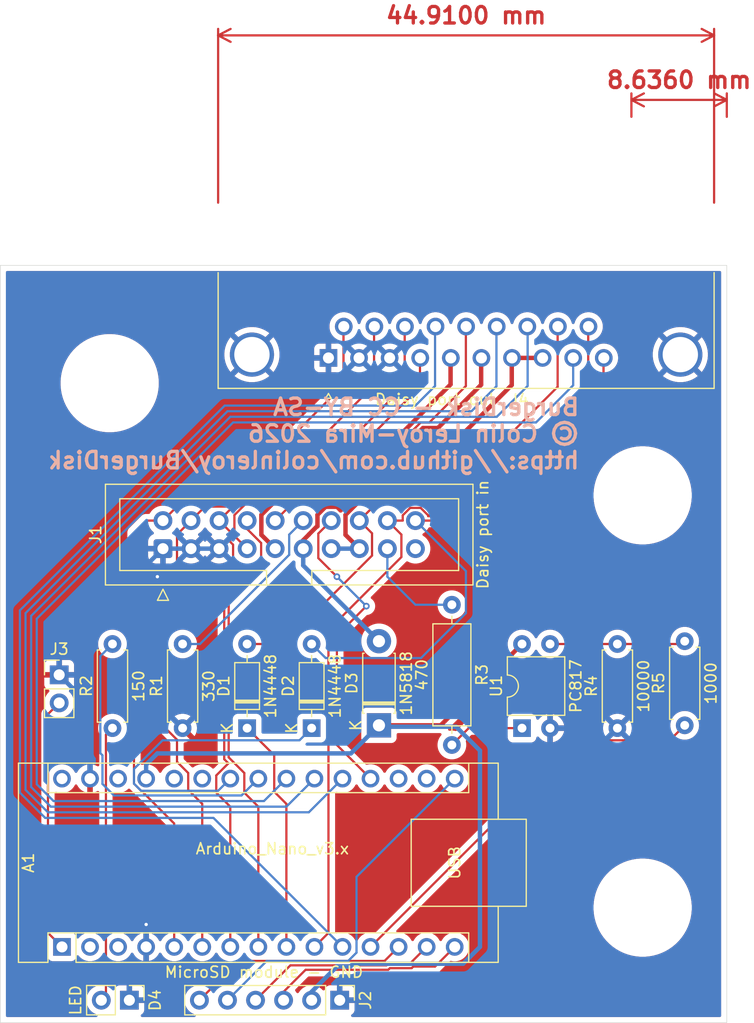
<source format=kicad_pcb>
(kicad_pcb (version 20241229) (generator "pcbnew") (generator_version "9.0")
  (layers (0 "F.Cu" signal) (2 "B.Cu" signal) (13 "F.Paste" user) (15 "B.Paste" user) (5 "F.SilkS" user "F.Silkscreen") (7 "B.SilkS" user "B.Silkscreen") (1 "F.Mask" user) (3 "B.Mask" user) (25 "Edge.Cuts" user))
  (net 0 "")
  (net 1 "TX")
  (net 2 "GND")
  (net 3 "PH0")
  (net 4 "PH1")
  (net 5 "PH2")
  (net 6 "PH3_in")
  (net 7 "RDDATA_in")
  (net 8 "WRDATA")
  (net 9 "PH3_out")
  (net 10 "DRV2_burgerDisk")
  (net 11 "CS")
  (net 12 "MOSI")
  (net 13 "MISO")
  (net 14 "SCK")
  (net 15 "DRV1_in")
  (net 16 "HDSEL_out")
  (net 17 "DRV1_out")
  (net 18 "DRV2_out")
  (net 19 "WRPROT_in")
  (net 20 "5V_burgerDisk")
  (net 21 "RDDATA_out")
  (net 22 "WRPROT_out")
  (net 23 "5V_apple2")
  (net 24 "EN3.5")
  (net 25 "-12V")
  (net 26 "+12V")
  (net 27 "DRV2_in")
  (net 28 "WREQ")
  (net 38 "Net-(R3-Pad2)")
  (net 39 "Net-(R4-Pad2)")
  (net 40 "HDSEL_in")
  (net 41 "Net-(D4-A)")
  (net 42 "Net-(A1-A4)")
  (footprint "DSUB-19-angled:DSUB-19_Female_Horizontal_P2.77x2.84mm_EdgePinOffset4.94mm_Housed_MountingHolesOffset7.48mm" (layer "F.Cu") (at 128.524 51.562 180)
    (property "Reference" "J4" (at -17.272 -3.81 180) (layer "F.SilkS"))
    (property "Value" "Daisy port out" (at -9.647 -3.764 180) (layer "F.SilkS"))
    (pad "0" thru_hole circle (at -31.86 0.3 180) (size 4 4) (drill 3.2) (layers "*.Cu" "*.Mask") (net 2 "GND"))
    (pad "0" thru_hole circle (at 6.93 0.3 180) (size 4 4) (drill 3.2) (layers "*.Cu" "*.Mask") (net 2 "GND"))
    (pad "1" thru_hole rect (at 0 0 180) (size 1.6 1.6) (drill 1) (layers "*.Cu" "*.Mask") (net 2 "GND"))
    (pad "2" thru_hole circle (at -2.77 0 180) (size 1.6 1.6) (drill 1) (layers "*.Cu" "*.Mask") (net 2 "GND"))
    (pad "3" thru_hole circle (at -5.54 0 180) (size 1.6 1.6) (drill 1) (layers "*.Cu" "*.Mask") (net 2 "GND"))
    (pad "4" thru_hole circle (at -8.31 0 180) (size 1.6 1.6) (drill 1) (layers "*.Cu" "*.Mask") (net 24 "EN3.5"))
    (pad "5" thru_hole circle (at -11.08 0 180) (size 1.6 1.6) (drill 1) (layers "*.Cu" "*.Mask") (net 25 "-12V"))
    (pad "6" thru_hole circle (at -13.85 0 180) (size 1.6 1.6) (drill 1) (layers "*.Cu" "*.Mask") (net 23 "5V_apple2"))
    (pad "7" thru_hole circle (at -16.62 0 180) (size 1.6 1.6) (drill 1) (layers "*.Cu" "*.Mask") (net 26 "+12V"))
    (pad "8" thru_hole circle (at -19.39 0 180) (size 1.6 1.6) (drill 1) (layers "*.Cu" "*.Mask") (net 26 "+12V"))
    (pad "9" thru_hole circle (at -22.16 0 180) (size 1.6 1.6) (drill 1) (layers "*.Cu" "*.Mask") (net 18 "DRV2_out"))
    (pad "10" thru_hole circle (at -24.93 0 180) (size 1.6 1.6) (drill 1) (layers "*.Cu" "*.Mask") (net 22 "WRPROT_out"))
    (pad "11" thru_hole circle (at -1.385 2.84 180) (size 1.6 1.6) (drill 1) (layers "*.Cu" "*.Mask") (net 3 "PH0"))
    (pad "12" thru_hole circle (at -4.155 2.84 180) (size 1.6 1.6) (drill 1) (layers "*.Cu" "*.Mask") (net 4 "PH1"))
    (pad "13" thru_hole circle (at -6.925 2.84 180) (size 1.6 1.6) (drill 1) (layers "*.Cu" "*.Mask") (net 5 "PH2"))
    (pad "14" thru_hole circle (at -9.695 2.84 180) (size 1.6 1.6) (drill 1) (layers "*.Cu" "*.Mask") (net 9 "PH3_out"))
    (pad "15" thru_hole circle (at -12.465 2.84 180) (size 1.6 1.6) (drill 1) (layers "*.Cu" "*.Mask") (net 28 "WREQ"))
    (pad "16" thru_hole circle (at -15.235 2.84 180) (size 1.6 1.6) (drill 1) (layers "*.Cu" "*.Mask") (net 16 "HDSEL_out"))
    (pad "17" thru_hole circle (at -18.005 2.84 180) (size 1.6 1.6) (drill 1) (layers "*.Cu" "*.Mask") (net 17 "DRV1_out"))
    (pad "18" thru_hole circle (at -20.775 2.84 180) (size 1.6 1.6) (drill 1) (layers "*.Cu" "*.Mask") (net 21 "RDDATA_out"))
    (pad "19" thru_hole circle (at -23.545 2.84 180) (size 1.6 1.6) (drill 1) (layers "*.Cu" "*.Mask") (net 8 "WRDATA"))
  )
  (footprint "Diode_THT:D_DO-41_SOD81_P7.62mm_Horizontal" (layer "F.Cu") (at 133.096 84.836 90)
    (property "Reference" "D3" (at 3.81 -2.47 90) (layer "F.SilkS"))
    (property "Value" "1N5818" (at 3.81 2.47 90) (layer "F.SilkS"))
    (fp_text user "K" (at 0 -2.1 90) (layer "F.SilkS"))
    (pad "1" thru_hole rect (at 0 0 90) (size 2.2 2.2) (drill 1.1) (layers "*.Cu" "*.Mask") (net 20 "5V_burgerDisk"))
    (pad "2" thru_hole oval (at 7.62 0 90) (size 2.2 2.2) (drill 1.1) (layers "*.Cu" "*.Mask") (net 23 "5V_apple2"))
  )
  (footprint "Package_DIP:DIP-4_W7.62mm" (layer "F.Cu") (at 146.05 85.09 90)
    (property "Reference" "U1" (at 3.81 -2.33 90) (layer "F.SilkS"))
    (property "Value" "PC817" (at 3.81 4.87 90) (layer "F.SilkS"))
    (pad "1" thru_hole rect (at 0 0 90) (size 1.6 1.6) (drill 0.8) (layers "*.Cu" "*.Mask") (net 38 "Net-(R3-Pad2)"))
    (pad "2" thru_hole oval (at 0 2.54 90) (size 1.6 1.6) (drill 0.8) (layers "*.Cu" "*.Mask") (net 2 "GND"))
    (pad "3" thru_hole oval (at 7.62 2.54 90) (size 1.6 1.6) (drill 0.8) (layers "*.Cu" "*.Mask") (net 39 "Net-(R4-Pad2)"))
    (pad "4" thru_hole oval (at 7.62 0 90) (size 1.6 1.6) (drill 0.8) (layers "*.Cu" "*.Mask") (net 20 "5V_burgerDisk"))
  )
  (footprint "Resistor_THT:R_Axial_DIN0207_L6.3mm_D2.5mm_P7.62mm_Horizontal" (layer "F.Cu") (at 115.316 85.09 90)
    (property "Reference" "R1" (at 3.81 -2.37 90) (layer "F.SilkS"))
    (property "Value" "330" (at 3.81 2.37 90) (layer "F.SilkS"))
    (pad "1" thru_hole circle (at 0 0 90) (size 1.6 1.6) (drill 0.8) (layers "*.Cu" "*.Mask") (net 2 "GND"))
    (pad "2" thru_hole oval (at 7.62 0 90) (size 1.6 1.6) (drill 0.8) (layers "*.Cu" "*.Mask") (net 40 "HDSEL_in"))
  )
  (footprint "Connector_PinHeader_2.54mm:PinHeader_1x02_P2.54mm_Vertical" (layer "F.Cu") (at 110.495 109.728 -90)
    (property "Reference" "D4" (at 0 -2.33 90) (layer "F.SilkS"))
    (property "Value" "LED" (at 0 4.87 90) (layer "F.SilkS"))
    (pad "1" thru_hole rect (at 0 0 270) (size 1.7 1.7) (drill 1) (layers "*.Cu" "*.Mask") (net 2 "GND"))
    (pad "2" thru_hole oval (at 0 2.54 270) (size 1.7 1.7) (drill 1) (layers "*.Cu" "*.Mask") (net 41 "Net-(D4-A)"))
  )
  (footprint "MountingHole:MountingHole_8.4mm_M8" (layer "F.Cu") (at 156.972 64.008)
    (property "Reference" "REF**")
    (property "Value" "MountingHole_8.4mm_M8")
    (pad "" np_thru_hole circle (at 0 0) (size 8.4 8.4) (drill 8.4) (layers "*.Cu" "*.Mask"))
  )
  (footprint "Connector_PinHeader_2.54mm:PinHeader_1x02_P2.54mm_Vertical" (layer "F.Cu") (at 104.14 80.264)
    (property "Reference" "J3" (at 0 -2.33 0) (layer "F.SilkS"))
    (property "Value" "UART")
    (pad "1" thru_hole rect (at 0 0) (size 1.7 1.7) (drill 1) (layers "*.Cu" "*.Mask") (net 2 "GND"))
    (pad "2" thru_hole oval (at 0 2.54) (size 1.7 1.7) (drill 1) (layers "*.Cu" "*.Mask") (net 1 "TX"))
  )
  (footprint "MountingHole:MountingHole_8.4mm_M8" (layer "F.Cu") (at 108.712 53.848)
    (property "Reference" "REF**")
    (property "Value" "MountingHole_8.4mm_M8")
    (pad "" np_thru_hole circle (at 0 0) (size 8.4 8.4) (drill 8.4) (layers "*.Cu" "*.Mask"))
  )
  (footprint "Resistor_THT:R_Axial_DIN0309_L9.0mm_D3.2mm_P12.70mm_Horizontal" (layer "F.Cu") (at 139.7 73.914 -90)
    (property "Reference" "R3" (at 6.35 -2.72 90) (layer "F.SilkS"))
    (property "Value" "470" (at 6.35 2.72 90) (layer "F.SilkS"))
    (pad "1" thru_hole circle (at 0 0 270) (size 1.6 1.6) (drill 0.8) (layers "*.Cu" "*.Mask") (net 27 "DRV2_in"))
    (pad "2" thru_hole oval (at 12.7 0 270) (size 1.6 1.6) (drill 0.8) (layers "*.Cu" "*.Mask") (net 38 "Net-(R3-Pad2)"))
  )
  (footprint "Resistor_THT:R_Axial_DIN0207_L6.3mm_D2.5mm_P7.62mm_Horizontal" (layer "F.Cu") (at 154.686 85.09 90)
    (property "Reference" "R4" (at 3.81 -2.37 90) (layer "F.SilkS"))
    (property "Value" "10000" (at 3.81 2.37 90) (layer "F.SilkS"))
    (pad "1" thru_hole circle (at 0 0 90) (size 1.6 1.6) (drill 0.8) (layers "*.Cu" "*.Mask") (net 2 "GND"))
    (pad "2" thru_hole oval (at 7.62 0 90) (size 1.6 1.6) (drill 0.8) (layers "*.Cu" "*.Mask") (net 39 "Net-(R4-Pad2)"))
  )
  (footprint "Module:Arduino_Nano" (layer "F.Cu") (at 104.394 104.902 90)
    (property "Reference" "A1" (at 7.62 -3.048 90) (layer "F.SilkS"))
    (property "Value" "Arduino_Nano_v3.x" (at 8.89 19.05 0) (layer "F.SilkS"))
    (fp_text user "USB" (at 7.62 35.56 90) (layer "F.SilkS"))
    (pad "1" thru_hole rect (at 0 0 90) (size 1.6 1.6) (drill 1) (layers "*.Cu" "*.Mask") (net 1 "TX"))
    (pad "2" thru_hole oval (at 0 2.54 90) (size 1.6 1.6) (drill 1) (layers "*.Cu" "*.Mask"))
    (pad "3" thru_hole oval (at 0 5.08 90) (size 1.6 1.6) (drill 1) (layers "*.Cu" "*.Mask"))
    (pad "4" thru_hole oval (at 0 7.62 90) (size 1.6 1.6) (drill 1) (layers "*.Cu" "*.Mask") (net 2 "GND"))
    (pad "5" thru_hole oval (at 0 10.16 90) (size 1.6 1.6) (drill 1) (layers "*.Cu" "*.Mask") (net 3 "PH0"))
    (pad "6" thru_hole oval (at 0 12.7 90) (size 1.6 1.6) (drill 1) (layers "*.Cu" "*.Mask") (net 4 "PH1"))
    (pad "7" thru_hole oval (at 0 15.24 90) (size 1.6 1.6) (drill 1) (layers "*.Cu" "*.Mask") (net 5 "PH2"))
    (pad "8" thru_hole oval (at 0 17.78 90) (size 1.6 1.6) (drill 1) (layers "*.Cu" "*.Mask") (net 6 "PH3_in"))
    (pad "9" thru_hole oval (at 0 20.32 90) (size 1.6 1.6) (drill 1) (layers "*.Cu" "*.Mask") (net 7 "RDDATA_in"))
    (pad "10" thru_hole oval (at 0 22.86 90) (size 1.6 1.6) (drill 1) (layers "*.Cu" "*.Mask") (net 8 "WRDATA"))
    (pad "11" thru_hole oval (at 0 25.4 90) (size 1.6 1.6) (drill 1) (layers "*.Cu" "*.Mask") (net 9 "PH3_out"))
    (pad "12" thru_hole oval (at 0 27.94 90) (size 1.6 1.6) (drill 1) (layers "*.Cu" "*.Mask") (net 10 "DRV2_burgerDisk"))
    (pad "13" thru_hole oval (at 0 30.48 90) (size 1.6 1.6) (drill 1) (layers "*.Cu" "*.Mask") (net 11 "CS"))
    (pad "14" thru_hole oval (at 0 33.02 90) (size 1.6 1.6) (drill 1) (layers "*.Cu" "*.Mask") (net 12 "MOSI"))
    (pad "15" thru_hole oval (at 0 35.56 90) (size 1.6 1.6) (drill 1) (layers "*.Cu" "*.Mask") (net 13 "MISO"))
    (pad "16" thru_hole oval (at 15.24 35.56 90) (size 1.6 1.6) (drill 1) (layers "*.Cu" "*.Mask") (net 14 "SCK"))
    (pad "17" thru_hole oval (at 15.24 33.02 90) (size 1.6 1.6) (drill 1) (layers "*.Cu" "*.Mask"))
    (pad "18" thru_hole oval (at 15.24 30.48 90) (size 1.6 1.6) (drill 1) (layers "*.Cu" "*.Mask"))
    (pad "19" thru_hole oval (at 15.24 27.94 90) (size 1.6 1.6) (drill 1) (layers "*.Cu" "*.Mask") (net 15 "DRV1_in"))
    (pad "20" thru_hole oval (at 15.24 25.4 90) (size 1.6 1.6) (drill 1) (layers "*.Cu" "*.Mask") (net 16 "HDSEL_out"))
    (pad "21" thru_hole oval (at 15.24 22.86 90) (size 1.6 1.6) (drill 1) (layers "*.Cu" "*.Mask") (net 17 "DRV1_out"))
    (pad "22" thru_hole oval (at 15.24 20.32 90) (size 1.6 1.6) (drill 1) (layers "*.Cu" "*.Mask") (net 18 "DRV2_out"))
    (pad "23" thru_hole oval (at 15.24 17.78 90) (size 1.6 1.6) (drill 1) (layers "*.Cu" "*.Mask") (net 42 "Net-(A1-A4)"))
    (pad "24" thru_hole oval (at 15.24 15.24 90) (size 1.6 1.6) (drill 1) (layers "*.Cu" "*.Mask") (net 19 "WRPROT_in"))
    (pad "25" thru_hole oval (at 15.24 12.7 90) (size 1.6 1.6) (drill 1) (layers "*.Cu" "*.Mask"))
    (pad "26" thru_hole oval (at 15.24 10.16 90) (size 1.6 1.6) (drill 1) (layers "*.Cu" "*.Mask"))
    (pad "27" thru_hole oval (at 15.24 7.62 90) (size 1.6 1.6) (drill 1) (layers "*.Cu" "*.Mask") (net 20 "5V_burgerDisk"))
    (pad "28" thru_hole oval (at 15.24 5.08 90) (size 1.6 1.6) (drill 1) (layers "*.Cu" "*.Mask"))
    (pad "29" thru_hole oval (at 15.24 2.54 90) (size 1.6 1.6) (drill 1) (layers "*.Cu" "*.Mask") (net 2 "GND"))
    (pad "30" thru_hole oval (at 15.24 0 90) (size 1.6 1.6) (drill 1) (layers "*.Cu" "*.Mask"))
  )
  (footprint "Connector_IDC:IDC-Header_2x10_P2.54mm_Vertical" (layer "F.Cu") (at 113.538 68.834 90)
    (property "Reference" "J1" (at 1.27 -6.1 90) (layer "F.SilkS"))
    (property "Value" "Daisy port in" (at 1.27 28.96 90) (layer "F.SilkS"))
    (pad "1" thru_hole roundrect (at 0 0 90) (size 1.7 1.7) (drill 1) (layers "*.Cu" "*.Mask") (roundrect_rratio 0.1470588235) (net 2 "GND"))
    (pad "2" thru_hole circle (at 2.54 0 90) (size 1.7 1.7) (drill 1) (layers "*.Cu" "*.Mask") (net 3 "PH0"))
    (pad "3" thru_hole circle (at 0 2.54 90) (size 1.7 1.7) (drill 1) (layers "*.Cu" "*.Mask") (net 2 "GND"))
    (pad "4" thru_hole circle (at 2.54 2.54 90) (size 1.7 1.7) (drill 1) (layers "*.Cu" "*.Mask") (net 4 "PH1"))
    (pad "5" thru_hole circle (at 0 5.08 90) (size 1.7 1.7) (drill 1) (layers "*.Cu" "*.Mask") (net 2 "GND"))
    (pad "6" thru_hole circle (at 2.54 5.08 90) (size 1.7 1.7) (drill 1) (layers "*.Cu" "*.Mask") (net 5 "PH2"))
    (pad "7" thru_hole circle (at 0 7.62 90) (size 1.7 1.7) (drill 1) (layers "*.Cu" "*.Mask") (net 24 "EN3.5"))
    (pad "8" thru_hole circle (at 2.54 7.62 90) (size 1.7 1.7) (drill 1) (layers "*.Cu" "*.Mask") (net 6 "PH3_in"))
    (pad "9" thru_hole circle (at 0 10.16 90) (size 1.7 1.7) (drill 1) (layers "*.Cu" "*.Mask") (net 25 "-12V"))
    (pad "10" thru_hole circle (at 2.54 10.16 90) (size 1.7 1.7) (drill 1) (layers "*.Cu" "*.Mask") (net 28 "WREQ"))
    (pad "11" thru_hole circle (at 0 12.7 90) (size 1.7 1.7) (drill 1) (layers "*.Cu" "*.Mask") (net 23 "5V_apple2"))
    (pad "12" thru_hole circle (at 2.54 12.7 90) (size 1.7 1.7) (drill 1) (layers "*.Cu" "*.Mask") (net 40 "HDSEL_in"))
    (pad "13" thru_hole circle (at 0 15.24 90) (size 1.7 1.7) (drill 1) (layers "*.Cu" "*.Mask") (net 26 "+12V"))
    (pad "14" thru_hole circle (at 2.54 15.24 90) (size 1.7 1.7) (drill 1) (layers "*.Cu" "*.Mask") (net 15 "DRV1_in"))
    (pad "15" thru_hole circle (at 0 17.78 90) (size 1.7 1.7) (drill 1) (layers "*.Cu" "*.Mask") (net 26 "+12V"))
    (pad "16" thru_hole circle (at 2.54 17.78 90) (size 1.7 1.7) (drill 1) (layers "*.Cu" "*.Mask") (net 21 "RDDATA_out"))
    (pad "17" thru_hole circle (at 0 20.32 90) (size 1.7 1.7) (drill 1) (layers "*.Cu" "*.Mask") (net 27 "DRV2_in"))
    (pad "18" thru_hole circle (at 2.54 20.32 90) (size 1.7 1.7) (drill 1) (layers "*.Cu" "*.Mask") (net 8 "WRDATA"))
    (pad "19" thru_hole circle (at 0 22.86 90) (size 1.7 1.7) (drill 1) (layers "*.Cu" "*.Mask"))
    (pad "20" thru_hole circle (at 2.54 22.86 90) (size 1.7 1.7) (drill 1) (layers "*.Cu" "*.Mask") (net 22 "WRPROT_out"))
  )
  (footprint "Connector_PinHeader_2.54mm:PinHeader_1x06_P2.54mm_Vertical" (layer "F.Cu") (at 129.54 109.728 -90)
    (property "Reference" "J2" (at 0 -2.33 270) (layer "F.SilkS"))
    (property "Value" "MicroSD module - GND" (at -2.54 6.858 0) (layer "F.SilkS"))
    (pad "1" thru_hole rect (at 0 0 270) (size 1.7 1.7) (drill 1) (layers "*.Cu" "*.Mask") (net 2 "GND"))
    (pad "2" thru_hole oval (at 0 2.54 270) (size 1.7 1.7) (drill 1) (layers "*.Cu" "*.Mask") (net 20 "5V_burgerDisk"))
    (pad "3" thru_hole oval (at 0 5.08 270) (size 1.7 1.7) (drill 1) (layers "*.Cu" "*.Mask") (net 13 "MISO"))
    (pad "4" thru_hole oval (at 0 7.62 270) (size 1.7 1.7) (drill 1) (layers "*.Cu" "*.Mask") (net 12 "MOSI"))
    (pad "5" thru_hole oval (at 0 10.16 270) (size 1.7 1.7) (drill 1) (layers "*.Cu" "*.Mask") (net 14 "SCK"))
    (pad "6" thru_hole oval (at 0 12.7 270) (size 1.7 1.7) (drill 1) (layers "*.Cu" "*.Mask") (net 11 "CS"))
  )
  (footprint "Diode_THT:D_DO-35_SOD27_P7.62mm_Horizontal" (layer "F.Cu") (at 127 85.09 90)
    (property "Reference" "D2" (at 3.81 -2.12 90) (layer "F.SilkS"))
    (property "Value" "1N4448" (at 3.81 2.12 90) (layer "F.SilkS"))
    (fp_text user "K" (at 0 -1.8 90) (layer "F.SilkS"))
    (pad "1" thru_hole rect (at 0 0 90) (size 1.6 1.6) (drill 0.8) (layers "*.Cu" "*.Mask") (net 19 "WRPROT_in"))
    (pad "2" thru_hole oval (at 7.62 0 90) (size 1.6 1.6) (drill 0.8) (layers "*.Cu" "*.Mask") (net 22 "WRPROT_out"))
  )
  (footprint "Resistor_THT:R_Axial_DIN0207_L6.3mm_D2.5mm_P7.62mm_Horizontal" (layer "F.Cu") (at 108.966 85.09 90)
    (property "Reference" "R2" (at 3.81 -2.37 90) (layer "F.SilkS"))
    (property "Value" "150" (at 3.81 2.37 90) (layer "F.SilkS"))
    (pad "1" thru_hole circle (at 0 0 90) (size 1.6 1.6) (drill 0.8) (layers "*.Cu" "*.Mask") (net 41 "Net-(D4-A)"))
    (pad "2" thru_hole oval (at 7.62 0 90) (size 1.6 1.6) (drill 0.8) (layers "*.Cu" "*.Mask") (net 42 "Net-(A1-A4)"))
  )
  (footprint "MountingHole:MountingHole_8.4mm_M8" (layer "F.Cu") (at 156.972 101.346)
    (property "Reference" "REF**")
    (property "Value" "MountingHole_8.4mm_M8")
    (pad "" np_thru_hole circle (at 0 0) (size 8.4 8.4) (drill 8.4) (layers "*.Cu" "*.Mask"))
  )
  (footprint "Resistor_THT:R_Axial_DIN0207_L6.3mm_D2.5mm_P7.62mm_Horizontal" (layer "F.Cu") (at 160.782 84.836 90)
    (property "Reference" "R5" (at 3.81 -2.37 90) (layer "F.SilkS"))
    (property "Value" "1000" (at 3.81 2.37 90) (layer "F.SilkS"))
    (pad "1" thru_hole circle (at 0 0 90) (size 1.6 1.6) (drill 0.8) (layers "*.Cu" "*.Mask") (net 10 "DRV2_burgerDisk"))
    (pad "2" thru_hole oval (at 7.62 0 90) (size 1.6 1.6) (drill 0.8) (layers "*.Cu" "*.Mask") (net 39 "Net-(R4-Pad2)"))
  )
  (footprint "Diode_THT:D_DO-35_SOD27_P7.62mm_Horizontal" (layer "F.Cu") (at 121.158 85.09 90)
    (property "Reference" "D1" (at 3.81 -2.12 90) (layer "F.SilkS"))
    (property "Value" "1N4448" (at 3.81 2.12 90) (layer "F.SilkS"))
    (fp_text user "K" (at 0 -1.8 90) (layer "F.SilkS"))
    (pad "1" thru_hole rect (at 0 0 90) (size 1.6 1.6) (drill 0.8) (layers "*.Cu" "*.Mask") (net 7 "RDDATA_in"))
    (pad "2" thru_hole oval (at 7.62 0 90) (size 1.6 1.6) (drill 0.8) (layers "*.Cu" "*.Mask") (net 21 "RDDATA_out"))
  )
  (gr_rect (start 98.806 43.18) (end 164.592 111.76) (stroke (width 0.05)) (fill no) (layer "Edge.Cuts"))
  (gr_text "BurgerDisk - CC BY-SA\n© Colin Leroy-Mira 2026\nhttps://github.com/colinleroy/BurgerDisk" (at 151.384 61.722 0) (layer "B.SilkS") (effects (font (size 1.5 1.5) (thickness 0.3) (bold yes)) (justify left bottom mirror)))
  (dimension (type aligned) (layer "F.Cu") (pts (xy 118.534 38) (xy 163.444 38)) (height -15.648) (format (prefix "") (suffix "") (units 3) (units_format 1) (precision 4)) (style (thickness 0.2) (arrow_length 1.27) (text_position_mode 0) (arrow_direction outward) (extension_height 0.58642) (extension_offset 0.5) (keep_text_aligned yes)) (gr_text "44,9100 mm" (at 140.989 20.552 0) (layer "F.Cu") (effects (font (size 1.5 1.5) (thickness 0.3)))))
  (dimension (type aligned) (layer "F.Cu") (pts (xy 155.956 30.226) (xy 164.592 30.226)) (height -2.032) (format (prefix "") (suffix "") (units 3) (units_format 1) (precision 4)) (style (thickness 0.2) (arrow_length 1.27) (text_position_mode 0) (arrow_direction outward) (extension_height 0.58642) (extension_offset 0.5) (keep_text_aligned yes)) (gr_text "8,6360 mm" (at 160.274 26.394 0) (layer "F.Cu") (effects (font (size 1.5 1.5) (thickness 0.3)))))
  (segment (start 103.124 103.632) (end 104.394 104.902) (width 0.2) (layer "F.Cu") (net 1))
  (segment (start 103.124 83.82) (end 103.124 103.632) (width 0.2) (layer "F.Cu") (net 1))
  (segment (start 104.14 82.804) (end 103.124 83.82) (width 0.2) (layer "F.Cu") (net 1))
  (segment (start 128.524 45.72) (end 128.524 51.562) (width 0.2) (layer "F.Cu") (net 2))
  (segment (start 128.224 45.42) (end 128.524 45.72) (width 0.2) (layer "F.Cu") (net 2))
  (via (at 113.03 71.374) (size 0.6) (drill 0.3) (layers "F.Cu" "B.Cu") (net 2))
  (via (at 112.014 102.87) (size 0.6) (drill 0.3) (layers "F.Cu" "B.Cu") (net 2))
  (segment (start 113.538 68.834) (end 104.14 78.232) (width 0.4) (layer "B.Cu") (net 2))
  (segment (start 116.078 68.834) (end 113.538 68.834) (width 0.4) (layer "B.Cu") (net 2))
  (segment (start 104.14 78.232) (end 104.14 80.264) (width 0.4) (layer "B.Cu") (net 2))
  (segment (start 118.618 68.834) (end 116.078 68.834) (width 0.4) (layer "B.Cu") (net 2))
  (segment (start 106.934 83.058) (end 106.934 89.662) (width 0.4) (layer "B.Cu") (net 2))
  (segment (start 104.14 80.264) (end 106.934 83.058) (width 0.4) (layer "B.Cu") (net 2))
  (segment (start 117.1819 64.623) (end 119.1548 64.623) (width 0.2) (layer "F.Cu") (net 3))
  (segment (start 114.554 93.726) (end 111.591 90.763) (width 0.2) (layer "F.Cu") (net 3))
  (segment (start 114.554 104.902) (end 114.554 93.726) (width 0.2) (layer "F.Cu") (net 3))
  (segment (start 129.885 48.746) (end 129.909 48.722) (width 0.2) (layer "F.Cu") (net 3))
  (segment (start 121.5878 62.19) (end 121.706 62.19) (width 0.2) (layer "F.Cu") (net 3))
  (segment (start 113.538 66.294) (end 115.062 64.77) (width 0.2) (layer "F.Cu") (net 3))
  (segment (start 129.885 54.011) (end 129.885 48.746) (width 0.2) (layer "F.Cu") (net 3))
  (segment (start 111.55795 90.763) (end 110.913 90.11805) (width 0.2) (layer "F.Cu") (net 3))
  (segment (start 112.014 66.294) (end 113.538 66.294) (width 0.2) (layer "F.Cu") (net 3))
  (segment (start 119.1548 64.623) (end 121.5878 62.19) (width 0.2) (layer "F.Cu") (net 3))
  (segment (start 110.913 67.395) (end 112.014 66.294) (width 0.2) (layer "F.Cu") (net 3))
  (segment (start 110.913 90.11805) (end 110.913 67.395) (width 0.2) (layer "F.Cu") (net 3))
  (segment (start 121.706 62.19) (end 129.885 54.011) (width 0.2) (layer "F.Cu") (net 3))
  (segment (start 115.062 64.77) (end 117.0349 64.77) (width 0.2) (layer "F.Cu") (net 3))
  (segment (start 117.0349 64.77) (end 117.1819 64.623) (width 0.2) (layer "F.Cu") (net 3))
  (segment (start 111.591 90.763) (end 111.55795 90.763) (width 0.2) (layer "F.Cu") (net 3))
  (segment (start 124.099 62.591) (end 132.655 54.035) (width 0.2) (layer "F.Cu") (net 4))
  (segment (start 132.655 48.746) (end 132.679 48.722) (width 0.2) (layer "F.Cu") (net 4))
  (segment (start 132.655 54.035) (end 132.655 48.746) (width 0.2) (layer "F.Cu") (net 4))
  (segment (start 114.808 67.564) (end 116.078 66.294) (width 0.2) (layer "F.Cu") (net 4))
  (segment (start 117.348 65.024) (end 119.3209 65.024) (width 0.2) (layer "F.Cu") (net 4))
  (segment (start 117.094 104.902) (end 117.094 91.948) (width 0.2) (layer "F.Cu") (net 4))
  (segment (start 117.094 91.948) (end 115.824 90.678) (width 0.2) (layer "F.Cu") (net 4))
  (segment (start 114.808 72.898) (end 114.808 67.564) (width 0.2) (layer "F.Cu") (net 4))
  (segment (start 115.824 90.678) (end 115.824 89.154) (width 0.2) (layer "F.Cu") (net 4))
  (segment (start 113.792 73.914) (end 114.808 72.898) (width 0.2) (layer "F.Cu") (net 4))
  (segment (start 119.3209 65.024) (end 121.7539 62.591) (width 0.2) (layer "F.Cu") (net 4))
  (segment (start 113.792 85.12305) (end 113.792 73.914) (width 0.2) (layer "F.Cu") (net 4))
  (segment (start 121.7539 62.591) (end 124.099 62.591) (width 0.2) (layer "F.Cu") (net 4))
  (segment (start 116.078 66.294) (end 117.348 65.024) (width 0.2) (layer "F.Cu") (net 4))
  (segment (start 114.808 88.138) (end 114.808 86.13905) (width 0.2) (layer "F.Cu") (net 4))
  (segment (start 114.808 86.13905) (end 113.792 85.12305) (width 0.2) (layer "F.Cu") (net 4))
  (segment (start 115.824 89.154) (end 114.808 88.138) (width 0.2) (layer "F.Cu") (net 4))
  (segment (start 119.460925 88.278025) (end 119.086 87.9031) (width 0.2) (layer "F.Cu") (net 5))
  (segment (start 119.888 68.47624) (end 119.634 68.22224) (width 0.2) (layer "F.Cu") (net 5))
  (segment (start 135.425 54.059) (end 135.425 48.746) (width 0.2) (layer "F.Cu") (net 5))
  (segment (start 119.086 87.9031) (end 119.086 72.6249) (width 0.2) (layer "F.Cu") (net 5))
  (segment (start 119.086 72.6249) (end 119.888 71.8229) (width 0.2) (layer "F.Cu") (net 5))
  (segment (start 118.618 66.294) (end 121.92 62.992) (width 0.2) (layer "F.Cu") (net 5))
  (segment (start 121.92 62.992) (end 126.492 62.992) (width 0.2) (layer "F.Cu") (net 5))
  (segment (start 118.364 90.932) (end 118.364 89.37495) (width 0.2) (layer "F.Cu") (net 5))
  (segment (start 135.425 48.746) (end 135.449 48.722) (width 0.2) (layer "F.Cu") (net 5))
  (segment (start 119.634 104.902) (end 119.634 92.202) (width 0.2) (layer "F.Cu") (net 5))
  (segment (start 119.634 92.202) (end 118.364 90.932) (width 0.2) (layer "F.Cu") (net 5))
  (segment (start 119.634 68.22224) (end 119.634 67.8771) (width 0.2) (layer "F.Cu") (net 5))
  (segment (start 118.364 89.37495) (end 119.460925 88.278025) (width 0.2) (layer "F.Cu") (net 5))
  (segment (start 119.888 71.8229) (end 119.888 68.47624) (width 0.2) (layer "F.Cu") (net 5))
  (segment (start 119.634 67.8771) (end 119.606 67.8491) (width 0.2) (layer "F.Cu") (net 5))
  (segment (start 119.606 67.282) (end 118.618 66.294) (width 0.2) (layer "F.Cu") (net 5))
  (segment (start 126.492 62.992) (end 135.425 54.059) (width 0.2) (layer "F.Cu") (net 5))
  (segment (start 119.606 67.8491) (end 119.606 67.282) (width 0.2) (layer "F.Cu") (net 5))
  (segment (start 119.487 87.737) (end 119.487 72.791) (width 0.2) (layer "F.Cu") (net 6))
  (segment (start 122.174 104.902) (end 122.174 92.202) (width 0.2) (layer "F.Cu") (net 6))
  (segment (start 121.158 67.056) (end 121.158 66.294) (width 0.2) (layer "F.Cu") (net 6))
  (segment (start 122.174 92.202) (end 120.904 90.932) (width 0.2) (layer "F.Cu") (net 6))
  (segment (start 122.428 68.326) (end 121.158 67.056) (width 0.2) (layer "F.Cu") (net 6))
  (segment (start 120.904 90.932) (end 120.904 89.154) (width 0.2) (layer "F.Cu") (net 6))
  (segment (start 119.487 72.791) (end 122.428 69.85) (width 0.2) (layer "F.Cu") (net 6))
  (segment (start 122.428 69.85) (end 122.428 68.326) (width 0.2) (layer "F.Cu") (net 6))
  (segment (start 120.904 89.154) (end 119.487 87.737) (width 0.2) (layer "F.Cu") (net 6))
  (segment (start 123.613 90.847) (end 123.613 87.545) (width 0.2) (layer "F.Cu") (net 7))
  (segment (start 124.714 104.902) (end 124.714 91.948) (width 0.2) (layer "F.Cu") (net 7))
  (segment (start 124.714 91.948) (end 123.613 90.847) (width 0.2) (layer "F.Cu") (net 7))
  (segment (start 123.613 87.545) (end 121.158 85.09) (width 0.2) (layer "F.Cu") (net 7))
  (segment (start 128.524 76.2) (end 135.128 69.596) (width 0.2) (layer "F.Cu") (net 8))
  (segment (start 135.247 65.81724) (end 135.92124 65.143) (width 0.2) (layer "F.Cu") (net 8))
  (segment (start 127.254 104.902) (end 128.524 103.632) (width 0.2) (layer "F.Cu") (net 8))
  (segment (start 137.549 65.81724) (end 137.549 65.893) (width 0.2) (layer "F.Cu") (net 8))
  (segment (start 137.549 65.893) (end 140.101 65.893) (width 0.2) (layer "F.Cu") (net 8))
  (segment (start 128.524 103.632) (end 128.524 76.2) (width 0.2) (layer "F.Cu") (net 8))
  (segment (start 135.92124 65.143) (end 136.87476 65.143) (width 0.2) (layer "F.Cu") (net 8))
  (segment (start 152.045 53.949) (end 152.045 48.746) (width 0.2) (layer "F.Cu") (net 8))
  (segment (start 136.87476 65.143) (end 137.549 65.81724) (width 0.2) (layer "F.Cu") (net 8))
  (segment (start 135.128 69.596) (end 135.128 67.564) (width 0.2) (layer "F.Cu") (net 8))
  (segment (start 135.128 67.564) (end 133.858 66.294) (width 0.2) (layer "F.Cu") (net 8))
  (segment (start 152.045 48.746) (end 152.069 48.722) (width 0.2) (layer "F.Cu") (net 8))
  (segment (start 133.858 66.294) (end 135.247 66.294) (width 0.2) (layer "F.Cu") (net 8))
  (segment (start 135.247 66.294) (end 135.247 65.81724) (width 0.2) (layer "F.Cu") (net 8))
  (segment (start 140.101 65.893) (end 152.045 53.949) (width 0.2) (layer "F.Cu") (net 8))
  (segment (start 100.584 90.932) (end 102.87 93.218) (width 0.2) (layer "B.Cu") (net 9))
  (segment (start 138.176 48.765) (end 138.176 54.102) (width 0.2) (layer "B.Cu") (net 9))
  (segment (start 136.398 55.88) (end 119.126 55.88) (width 0.2) (layer "B.Cu") (net 9))
  (segment (start 102.87 93.218) (end 118.11 93.218) (width 0.2) (layer "B.Cu") (net 9))
  (segment (start 138.176 54.102) (end 136.398 55.88) (width 0.2) (layer "B.Cu") (net 9))
  (segment (start 118.11 93.218) (end 129.794 104.902) (width 0.2) (layer "B.Cu") (net 9))
  (segment (start 119.126 55.88) (end 100.584 74.422) (width 0.2) (layer "B.Cu") (net 9))
  (segment (start 138.219 48.722) (end 138.176 48.765) (width 0.2) (layer "B.Cu") (net 9))
  (segment (start 100.584 74.422) (end 100.584 90.932) (width 0.2) (layer "B.Cu") (net 9))
  (segment (start 151.045 86.191) (end 159.427 86.191) (width 0.2) (layer "F.Cu") (net 10))
  (segment (start 159.427 86.191) (end 160.782 84.836) (width 0.2) (layer "F.Cu") (net 10))
  (segment (start 132.334 104.902) (end 151.045 86.191) (width 0.2) (layer "F.Cu") (net 10))
  (segment (start 120.396 106.172) (end 133.604 106.172) (width 0.2) (layer "F.Cu") (net 11))
  (segment (start 133.604 106.172) (end 134.874 104.902) (width 0.2) (layer "F.Cu") (net 11))
  (segment (start 116.84 109.728) (end 120.396 106.172) (width 0.2) (layer "F.Cu") (net 11))
  (segment (start 133.7701 106.573) (end 133.9171 106.426) (width 0.2) (layer "F.Cu") (net 12))
  (segment (start 125.075 106.573) (end 133.7701 106.573) (width 0.2) (layer "F.Cu") (net 12))
  (segment (start 121.92 109.728) (end 125.075 106.573) (width 0.2) (layer "F.Cu") (net 12))
  (segment (start 135.89 106.426) (end 137.414 104.902) (width 0.2) (layer "F.Cu") (net 12))
  (segment (start 133.9171 106.426) (end 135.89 106.426) (width 0.2) (layer "F.Cu") (net 12))
  (segment (start 124.46 108.966) (end 126.452 106.974) (width 0.2) (layer "F.Cu") (net 13))
  (segment (start 133.9362 106.974) (end 134.0832 106.827) (width 0.2) (layer "F.Cu") (net 13))
  (segment (start 136.2031 106.68) (end 138.176 106.68) (width 0.2) (layer "F.Cu") (net 13))
  (segment (start 124.46 109.728) (end 124.46 108.966) (width 0.2) (layer "F.Cu") (net 13))
  (segment (start 136.0561 106.827) (end 136.2031 106.68) (width 0.2) (layer "F.Cu") (net 13))
  (segment (start 126.452 106.974) (end 133.9362 106.974) (width 0.2) (layer "F.Cu") (net 13))
  (segment (start 134.0832 106.827) (end 136.0561 106.827) (width 0.2) (layer "F.Cu") (net 13))
  (segment (start 138.176 106.68) (end 139.954 104.902) (width 0.2) (layer "F.Cu") (net 13))
  (segment (start 139.954 89.662) (end 131.064 98.552) (width 0.2) (layer "B.Cu") (net 14))
  (segment (start 131.064 98.552) (end 131.064 105.418263) (width 0.2) (layer "B.Cu") (net 14))
  (segment (start 130.310263 106.172) (end 122.936 106.172) (width 0.2) (layer "B.Cu") (net 14))
  (segment (start 131.064 105.418263) (end 130.310263 106.172) (width 0.2) (layer "B.Cu") (net 14))
  (segment (start 122.936 106.172) (end 119.38 109.728) (width 0.2) (layer "B.Cu") (net 14))
  (segment (start 129.286 71.374) (end 127.60545 69.69345) (width 0.2) (layer "F.Cu") (net 15))
  (segment (start 129.286 86.614) (end 132.334 89.662) (width 0.2) (layer "F.Cu") (net 15))
  (segment (start 127.60545 67.46655) (end 128.778 66.294) (width 0.2) (layer "F.Cu") (net 15))
  (segment (start 129.286 76.708) (end 129.286 86.614) (width 0.2) (layer "F.Cu") (net 15))
  (segment (start 127.60545 69.69345) (end 127.60545 67.46655) (width 0.2) (layer "F.Cu") (net 15))
  (segment (start 131.953 74.041) (end 129.286 76.708) (width 0.2) (layer "F.Cu") (net 15))
  (via (at 129.286 71.374) (size 0.6) (drill 0.3) (layers "F.Cu" "B.Cu") (net 15))
  (via (at 131.953 74.041) (size 0.6) (drill 0.3) (layers "F.Cu" "B.Cu") (net 15))
  (segment (start 129.286 71.374) (end 131.953 74.041) (width 0.2) (layer "B.Cu") (net 15))
  (segment (start 101.092 90.678) (end 101.092 74.676) (width 0.2) (layer "B.Cu") (net 16))
  (segment (start 143.735 54.131) (end 143.735 48.746) (width 0.2) (layer "B.Cu") (net 16))
  (segment (start 129.794 89.662) (end 126.746 92.71) (width 0.2) (layer "B.Cu") (net 16))
  (segment (start 103.124 92.71) (end 101.092 90.678) (width 0.2) (layer "B.Cu") (net 16))
  (segment (start 143.735 48.746) (end 143.759 48.722) (width 0.2) (layer "B.Cu") (net 16))
  (segment (start 119.38 56.388) (end 141.478 56.388) (width 0.2) (layer "B.Cu") (net 16))
  (segment (start 126.746 92.71) (end 103.124 92.71) (width 0.2) (layer "B.Cu") (net 16))
  (segment (start 101.092 74.676) (end 119.38 56.388) (width 0.2) (layer "B.Cu") (net 16))
  (segment (start 141.478 56.388) (end 143.735 54.131) (width 0.2) (layer "B.Cu") (net 16))
  (segment (start 124.714 92.202) (end 103.378 92.202) (width 0.2) (layer "B.Cu") (net 17))
  (segment (start 103.378 92.202) (end 101.6 90.424) (width 0.2) (layer "B.Cu") (net 17))
  (segment (start 119.634 56.896) (end 143.764 56.896) (width 0.2) (layer "B.Cu") (net 17))
  (segment (start 146.558 48.751) (end 146.529 48.722) (width 0.2) (layer "B.Cu") (net 17))
  (segment (start 143.764 56.896) (end 146.558 54.102) (width 0.2) (layer "B.Cu") (net 17))
  (segment (start 101.6 90.424) (end 101.6 74.93) (width 0.2) (layer "B.Cu") (net 17))
  (segment (start 146.558 54.102) (end 146.558 48.751) (width 0.2) (layer "B.Cu") (net 17))
  (segment (start 127.254 89.662) (end 124.714 92.202) (width 0.2) (layer "B.Cu") (net 17))
  (segment (start 101.6 74.93) (end 119.634 56.896) (width 0.2) (layer "B.Cu") (net 17))
  (segment (start 122.682 91.694) (end 103.632 91.694) (width 0.2) (layer "B.Cu") (net 18))
  (segment (start 102.108 75.184) (end 119.888 57.404) (width 0.2) (layer "B.Cu") (net 18))
  (segment (start 147.32 57.404) (end 150.684 54.04) (width 0.2) (layer "B.Cu") (net 18))
  (segment (start 150.684 54.04) (end 150.684 51.562) (width 0.2) (layer "B.Cu") (net 18))
  (segment (start 102.108 90.17) (end 102.108 75.184) (width 0.2) (layer "B.Cu") (net 18))
  (segment (start 103.632 91.694) (end 102.108 90.17) (width 0.2) (layer "B.Cu") (net 18))
  (segment (start 124.714 89.662) (end 122.682 91.694) (width 0.2) (layer "B.Cu") (net 18))
  (segment (start 119.888 57.404) (end 147.32 57.404) (width 0.2) (layer "B.Cu") (net 18))
  (segment (start 118.533 90.763) (end 111.55795 90.763) (width 0.2) (layer "B.Cu") (net 19))
  (segment (start 111.55795 90.763) (end 110.913 90.11805) (width 0.2) (layer "B.Cu") (net 19))
  (segment (start 119.634 89.662) (end 118.533 90.763) (width 0.2) (layer "B.Cu") (net 19))
  (segment (start 125.899 86.191) (end 127 85.09) (width 0.2) (layer "B.Cu") (net 19))
  (segment (start 113.50648 86.191) (end 125.899 86.191) (width 0.2) (layer "B.Cu") (net 19))
  (segment (start 110.913 88.78448) (end 113.50648 86.191) (width 0.2) (layer "B.Cu") (net 19))
  (segment (start 110.913 90.11805) (end 110.913 88.78448) (width 0.2) (layer "B.Cu") (net 19))
  (segment (start 138.684 84.836) (end 146.05 77.47) (width 0.4) (layer "F.Cu") (net 20))
  (segment (start 133.096 84.836) (end 138.684 84.836) (width 0.4) (layer "F.Cu") (net 20))
  (segment (start 130.764783 106.426) (end 140.716 106.426) (width 0.4) (layer "B.Cu") (net 20))
  (segment (start 113.03 87.376) (end 130.556 87.376) (width 0.4) (layer "B.Cu") (net 20))
  (segment (start 133.223 84.963) (end 133.096 84.836) (width 0.4) (layer "B.Cu") (net 20))
  (segment (start 130.517784 106.673) (end 130.764783 106.426) (width 0.4) (layer "B.Cu") (net 20))
  (segment (start 129.293 106.673) (end 130.517784 106.673) (width 0.4) (layer "B.Cu") (net 20))
  (segment (start 140.716 106.426) (end 142.24 104.902) (width 0.4) (layer "B.Cu") (net 20))
  (segment (start 142.24 104.902) (end 142.24 87.122) (width 0.4) (layer "B.Cu") (net 20))
  (segment (start 140.081 84.963) (end 133.223 84.963) (width 0.4) (layer "B.Cu") (net 20))
  (segment (start 127 109.728) (end 127 108.966) (width 0.4) (layer "B.Cu") (net 20))
  (segment (start 142.24 87.122) (end 140.081 84.963) (width 0.4) (layer "B.Cu") (net 20))
  (segment (start 112.014 88.392) (end 113.03 87.376) (width 0.4) (layer "B.Cu") (net 20))
  (segment (start 127 108.966) (end 129.293 106.673) (width 0.4) (layer "B.Cu") (net 20))
  (segment (start 130.556 87.376) (end 133.096 84.836) (width 0.4) (layer "B.Cu") (net 20))
  (segment (start 112.014 89.662) (end 112.014 88.392) (width 0.4) (layer "B.Cu") (net 20))
  (segment (start 132.469 69.461) (end 124.46 77.47) (width 0.2) (layer "F.Cu") (net 21))
  (segment (start 149.275 48.746) (end 149.299 48.722) (width 0.2) (layer "F.Cu") (net 21))
  (segment (start 132.469 67.445) (end 132.469 69.461) (width 0.2) (layer "F.Cu") (net 21))
  (segment (start 138.684 64.77) (end 149.275 54.179) (width 0.2) (layer "F.Cu") (net 21))
  (segment (start 137.04086 64.742) (end 137.06886 64.77) (width 0.2) (layer "F.Cu") (net 21))
  (segment (start 135.75514 64.742) (end 137.04086 64.742) (width 0.2) (layer "F.Cu") (net 21))
  (segment (start 149.275 54.179) (end 149.275 48.746) (width 0.2) (layer "F.Cu") (net 21))
  (segment (start 124.46 77.47) (end 121.158 77.47) (width 0.2) (layer "F.Cu") (net 21))
  (segment (start 137.06886 64.77) (end 138.684 64.77) (width 0.2) (layer "F.Cu") (net 21))
  (segment (start 131.318 66.294) (end 132.469 67.445) (width 0.2) (layer "F.Cu") (net 21))
  (segment (start 135.72714 64.77) (end 135.75514 64.742) (width 0.2) (layer "F.Cu") (net 21))
  (segment (start 131.318 66.294) (end 132.842 64.77) (width 0.2) (layer "F.Cu") (net 21))
  (segment (start 132.842 64.77) (end 135.72714 64.77) (width 0.2) (layer "F.Cu") (net 21))
  (segment (start 136.398 66.294) (end 140.97 66.294) (width 0.2) (layer "F.Cu") (net 22))
  (segment (start 140.97 66.294) (end 153.43 53.834) (width 0.2) (layer "F.Cu") (net 22))
  (segment (start 153.43 51.586) (end 153.454 51.562) (width 0.2) (layer "F.Cu") (net 22))
  (segment (start 153.43 53.834) (end 153.43 51.586) (width 0.2) (layer "F.Cu") (net 22))
  (segment (start 140.97 70.866) (end 136.398 66.294) (width 0.2) (layer "B.Cu") (net 22))
  (segment (start 128.27 78.74) (end 136.906 78.74) (width 0.2) (layer "B.Cu") (net 22))
  (segment (start 127 77.47) (end 128.27 78.74) (width 0.2) (layer "B.Cu") (net 22))
  (segment (start 136.906 78.74) (end 140.97 74.676) (width 0.2) (layer "B.Cu") (net 22))
  (segment (start 140.97 74.676) (end 140.97 70.866) (width 0.2) (layer "B.Cu") (net 22))
  (segment (start 138.431 57.911) (end 142.35 53.992) (width 0.4) (layer "F.Cu") (net 23))
  (segment (start 142.35 51.586) (end 142.374 51.562) (width 0.4) (layer "F.Cu") (net 23))
  (segment (start 126.756182 67.545) (end 127.489 66.812182) (width 0.4) (layer "F.Cu") (net 23))
  (segment (start 129.623029 65.369847) (end 137.081876 57.911) (width 0.4) (layer "F.Cu") (net 23))
  (segment (start 127.527 66.812182) (end 127.527 65.775818) (width 0.4) (layer "F.Cu") (net 23))
  (segment (start 127.489 66.812182) (end 127.527 66.812182) (width 0.4) (layer "F.Cu") (net 23))
  (segment (start 137.081876 57.911) (end 138.431 57.911) (width 0.4) (layer "F.Cu") (net 23))
  (segment (start 127.527 65.775818) (end 128.259818 65.043) (width 0.4) (layer "F.Cu") (net 23))
  (segment (start 129.296182 65.043) (end 129.623029 65.369847) (width 0.4) (layer "F.Cu") (net 23))
  (segment (start 142.35 53.992) (end 142.35 51.586) (width 0.4) (layer "F.Cu") (net 23))
  (segment (start 126.756182 67.553818) (end 126.756182 67.545) (width 0.4) (layer "F.Cu") (net 23))
  (segment (start 128.259818 65.043) (end 129.296182 65.043) (width 0.4) (layer "F.Cu") (net 23))
  (segment (start 126.238 68.072) (end 126.756182 67.553818) (width 0.4) (layer "F.Cu") (net 23))
  (segment (start 126.238 68.834) (end 126.238 68.072) (width 0.4) (layer "F.Cu") (net 23))
  (segment (start 126.238 68.834) (end 126.238 70.358) (width 0.4) (layer "B.Cu") (net 23))
  (segment (start 126.238 70.358) (end 133.096 77.216) (width 0.4) (layer "B.Cu") (net 23))
  (segment (start 120.007 67.683) (end 120.007 65.794) (width 0.2) (layer "F.Cu") (net 24))
  (segment (start 122.301 63.5) (end 127.508 63.5) (width 0.2) (layer "F.Cu") (net 24))
  (segment (start 127.508 63.5) (end 136.81 54.198) (width 0.2) (layer "F.Cu") (net 24))
  (segment (start 136.81 54.198) (end 136.81 51.586) (width 0.2) (layer "F.Cu") (net 24))
  (segment (start 136.81 51.586) (end 136.834 51.562) (width 0.2) (layer "F.Cu") (net 24))
  (segment (start 121.158 68.834) (end 120.007 67.683) (width 0.2) (layer "F.Cu") (net 24))
  (segment (start 120.007 65.794) (end 122.301 63.5) (width 0.2) (layer "F.Cu") (net 24))
  (segment (start 129.54 64.008) (end 139.58 53.968) (width 0.4) (layer "F.Cu") (net 25))
  (segment (start 123.698 68.834) (end 122.447 67.583) (width 0.4) (layer "F.Cu") (net 25))
  (segment (start 139.58 53.968) (end 139.58 51.586) (width 0.4) (layer "F.Cu") (net 25))
  (segment (start 139.58 51.586) (end 139.604 51.562) (width 0.4) (layer "F.Cu") (net 25))
  (segment (start 122.447 67.583) (end 122.447 65.775818) (width 0.4) (layer "F.Cu") (net 25))
  (segment (start 122.447 65.775818) (end 124.214818 64.008) (width 0.4) (layer "F.Cu") (net 25))
  (segment (start 124.214818 64.008) (end 129.54 64.008) (width 0.4) (layer "F.Cu") (net 25))
  (segment (start 145.12 51.586) (end 145.144 51.562) (width 0.4) (layer "F.Cu") (net 26))
  (segment (start 145.144 51.562) (end 147.914 51.562) (width 0.4) (layer "F.Cu") (net 26))
  (segment (start 137.330818 58.512) (end 140.624 58.512) (width 0.4) (layer "F.Cu") (net 26))
  (segment (start 145.12 54.016) (end 145.12 51.586) (width 0.4) (layer "F.Cu") (net 26))
  (segment (start 140.624 58.512) (end 145.12 54.016) (width 0.4) (layer "F.Cu") (net 26))
  (segment (start 130.067 67.583) (end 130.067 65.775818) (width 0.4) (layer "F.Cu") (net 26))
  (segment (start 131.318 68.834) (end 130.067 67.583) (width 0.4) (layer "F.Cu") (net 26))
  (segment (start 130.067 65.775818) (end 137.330818 58.512) (width 0.4) (layer "F.Cu") (net 26))
  (segment (start 128.778 68.834) (end 131.318 68.834) (width 0.4) (layer "B.Cu") (net 26))
  (segment (start 133.858 68.834) (end 133.858 71.374) (width 0.2) (layer "B.Cu") (net 27))
  (segment (start 136.398 73.914) (end 139.7 73.914) (width 0.2) (layer "B.Cu") (net 27))
  (segment (start 133.858 71.374) (end 136.398 73.914) (width 0.2) (layer "B.Cu") (net 27))
  (segment (start 129.503702 64.542) (end 129.623029 64.661327) (width 0.2) (layer "F.Cu") (net 28))
  (segment (start 136.874356 57.41) (end 137.662 57.41) (width 0.2) (layer "F.Cu") (net 28))
  (segment (start 129.623029 64.661327) (end 136.874356 57.41) (width 0.2) (layer "F.Cu") (net 28))
  (segment (start 137.662 57.41) (end 140.965 54.107) (width 0.2) (layer "F.Cu") (net 28))
  (segment (start 128.052298 64.542) (end 129.503702 64.542) (width 0.2) (layer "F.Cu") (net 28))
  (segment (start 140.965 48.746) (end 140.989 48.722) (width 0.2) (layer "F.Cu") (net 28))
  (segment (start 125.222 64.77) (end 127.824297 64.77) (width 0.2) (layer "F.Cu") (net 28))
  (segment (start 123.698 66.294) (end 125.222 64.77) (width 0.2) (layer "F.Cu") (net 28))
  (segment (start 127.824297 64.77) (end 128.052298 64.542) (width 0.2) (layer "F.Cu") (net 28))
  (segment (start 140.965 54.107) (end 140.965 48.746) (width 0.2) (layer "F.Cu") (net 28))
  (segment (start 141.224 85.09) (end 146.05 85.09) (width 0.2) (layer "F.Cu") (net 38))
  (segment (start 139.7 86.614) (end 141.224 85.09) (width 0.2) (layer "F.Cu") (net 38))
  (segment (start 160.528 77.47) (end 160.782 77.216) (width 0.2) (layer "F.Cu") (net 39))
  (segment (start 154.686 77.47) (end 160.528 77.47) (width 0.2) (layer "F.Cu") (net 39))
  (segment (start 148.59 77.47) (end 154.686 77.47) (width 0.2) (layer "F.Cu") (net 39))
  (segment (start 126.238 66.294) (end 124.968 67.564) (width 0.2) (layer "B.Cu") (net 40))
  (segment (start 124.968 69.39388) (end 116.89188 77.47) (width 0.2) (layer "B.Cu") (net 40))
  (segment (start 116.89188 77.47) (end 115.316 77.47) (width 0.2) (layer "B.Cu") (net 40))
  (segment (start 124.968 67.564) (end 124.968 69.39388) (width 0.2) (layer "B.Cu") (net 40))
  (segment (start 108.373 85.683) (end 108.966 85.09) (width 0.2) (layer "F.Cu") (net 41))
  (segment (start 107.955 109.728) (end 108.373 109.31) (width 0.2) (layer "F.Cu") (net 41))
  (segment (start 108.373 109.31) (end 108.373 85.683) (width 0.2) (layer "F.Cu") (net 41))
  (segment (start 107.865 78.571) (end 108.966 77.47) (width 0.2) (layer "B.Cu") (net 42))
  (segment (start 108.060475 90.143525) (end 108.060475 87.552575) (width 0.2) (layer "B.Cu") (net 42))
  (segment (start 109.10295 91.186) (end 108.060475 90.143525) (width 0.2) (layer "B.Cu") (net 42))
  (segment (start 120.65 91.186) (end 109.10295 91.186) (width 0.2) (layer "B.Cu") (net 42))
  (segment (start 108.060475 87.552575) (end 107.865 87.3571) (width 0.2) (layer "B.Cu") (net 42))
  (segment (start 122.174 89.662) (end 120.65 91.186) (width 0.2) (layer "B.Cu") (net 42))
  (segment (start 107.865 87.3571) (end 107.865 78.571) (width 0.2) (layer "B.Cu") (net 42))
  (zone (net 2) (net_name "GND") (layers "F.Cu" "B.Cu") (connect_pads (clearance 0.5)) (min_thickness 0.25) (fill yes (thermal_gap 0.5) (thermal_bridge_width 0.5))
    (polygon (pts (xy 99.314 43.688) (xy 164.084 43.688) (xy 164.084 111.252) (xy 99.314 111.252)))
  )
)
</source>
